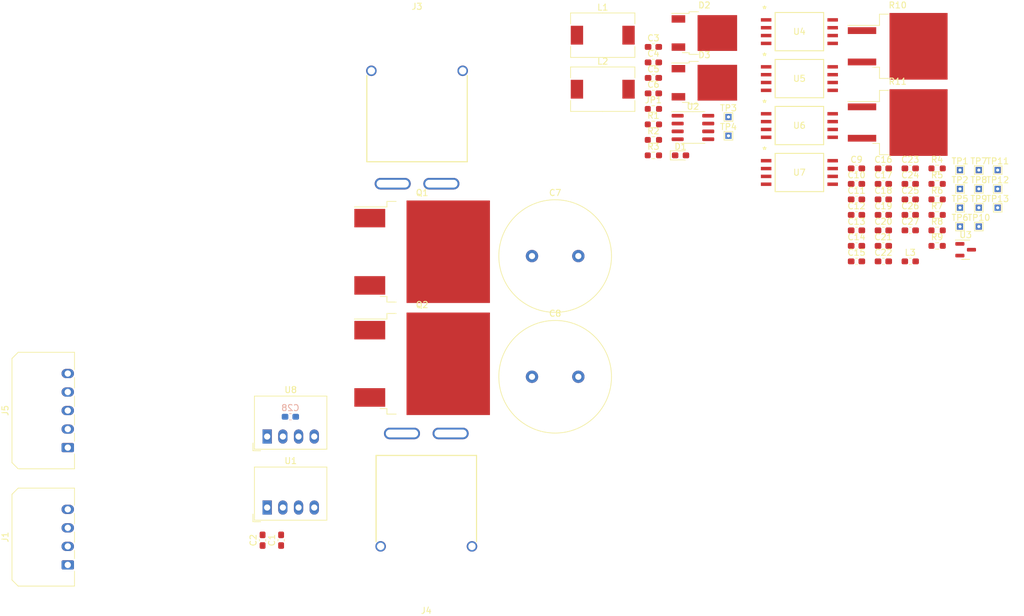
<source format=kicad_pcb>
(kicad_pcb (version 20240108) (generator "pcbnew") (generator_version "8.0")
  (title_block (title "Power Board v1") (date "2024-03-04") (rev "8.0") (company "Illini Solar Car") (comment 1 "Designed By: Alex Lymberopoulos & Alex Chmiel & Akhil Pothineni"))
  (layers (0 "F.Cu" signal) (1 "In1.Cu" signal) (2 "In2.Cu" signal) (31 "B.Cu" signal) (34 "B.Paste" user) (35 "F.Paste" user) (36 "B.SilkS" user "B.Silkscreen") (37 "F.SilkS" user "F.Silkscreen") (38 "B.Mask" user) (39 "F.Mask" user) (44 "Edge.Cuts" user))
  (net 0 "")
  (net 1 "+24V")
  (net 2 "GND")
  (net 3 "+3V3")
  (net 4 "Earth")
  (net 5 "Net-(U1-+VOUT)")
  (net 6 "/Batt In")
  (net 7 "+3.3VA")
  (net 8 "Net-(U8-+VIN)")
  (net 9 "Net-(D1-A)")
  (net 10 "/DNP Anode")
  (net 11 "/PWM")
  (net 12 "/Sol In")
  (net 13 "/Batt Out")
  (net 14 "/ADC I Batt")
  (net 15 "/ADC V Sol")
  (net 16 "/ADC I Sol")
  (net 17 "/ADC V Batt")
  (net 18 "/Board Temp")
  (net 19 "Net-(JP1-A)")
  (net 20 "/Sol Out")
  (net 21 "/Gate")
  (net 22 "/SW_G+")
  (net 23 "/SW_G-")
  (net 24 "Net-(R4-Pad2)")
  (net 25 "/Sensors/V Sense Sol")
  (net 26 "Net-(R7-Pad2)")
  (net 27 "/Sensors/V Sense Batt")
  (footprint "TestPoint:TestPoint_THTPad_1.0x1.0mm_Drill0.5mm" (layer "F.Cu") (at 263.625 52.095)
    (property "Reference" "TP8" (at 0 -1.448 0) (layer "F.SilkS"))
    (property "Value" "ADC I Sol")
    (pad "1" thru_hole rect (at 0 0) (size 1 1) (drill 0.5) (layers "*.Cu" "*.Mask") (net 16 "/ADC I Sol"))
  )
  (footprint "Capacitor_SMD:C_0603_1608Metric_Pad1.08x0.95mm_HandSolder" (layer "F.Cu") (at 147.7 109 -90)
    (property "Reference" "C2" (at 0 1.5 90) (layer "F.SilkS"))
    (property "Value" "1nF")
    (pad "1" smd roundrect (at -0.8625 0 270) (size 1.075 0.95) (layers "F.Cu" "F.Paste" "F.Mask") (net 1 "+24V"))
    (pad "2" smd roundrect (at 0.8625 0 270) (size 1.075 0.95) (layers "F.Cu" "F.Paste" "F.Mask") (net 2 "GND"))
  )
  (footprint "TestPoint:TestPoint_THTPad_1.0x1.0mm_Drill0.5mm" (layer "F.Cu") (at 266.675 49.045)
    (property "Reference" "TP11" (at 0 -1.448 0) (layer "F.SilkS"))
    (property "Value" "ADC V Batt")
    (pad "1" thru_hole rect (at 0 0) (size 1 1) (drill 0.5) (layers "*.Cu" "*.Mask") (net 13 "/Batt Out"))
  )
  (footprint "layout:U_PAMC1350DWVR_TEX" (layer "F.Cu") (at 234.5859 41.83)
    (property "Reference" "U6" (at 0 0 0) (layer "F.SilkS"))
    (property "Value" "PAMC1350DWVR")
    (fp_text user "*" (at -5.6388 -3.6068 0) (layer "F.SilkS"))
    (fp_text user "*" (at -5.6388 -3.6068 0) (layer "F.SilkS"))
    (pad "1" smd rect (at -5.3848 -1.905) (size 1.7018 0.5588) (layers "F.Cu" "F.Paste" "F.Mask") (net 7 "+3.3VA"))
    (pad "2" smd rect (at -5.3848 -0.635) (size 1.7018 0.5588) (layers "F.Cu" "F.Paste" "F.Mask") (net 12 "/Sol In"))
    (pad "3" smd rect (at -5.3848 0.635) (size 1.7018 0.5588) (layers "F.Cu" "F.Paste" "F.Mask") (net 20 "/Sol Out"))
    (pad "4" smd rect (at -5.3848 1.905) (size 1.7018 0.5588) (layers "F.Cu" "F.Paste" "F.Mask") (net 4 "Earth"))
    (pad "5" smd rect (at 5.3848 1.905) (size 1.7018 0.5588) (layers "F.Cu" "F.Paste" "F.Mask") (net 2 "GND"))
    (pad "6" smd rect (at 5.3848 0.635) (size 1.7018 0.5588) (layers "F.Cu" "F.Paste" "F.Mask") (net 2 "GND"))
    (pad "7" smd rect (at 5.3848 -0.635) (size 1.7018 0.5588) (layers "F.Cu" "F.Paste" "F.Mask") (net 16 "/ADC I Sol"))
    (pad "8" smd rect (at 5.3848 -1.905) (size 1.7018 0.5588) (layers "F.Cu" "F.Paste" "F.Mask") (net 3 "+3V3"))
  )
  (footprint "Resistor_SMD:R_0603_1608Metric_Pad0.98x0.95mm_HandSolder" (layer "F.Cu") (at 210.955 46.665)
    (property "Reference" "R3" (at 0 -1.43 0) (layer "F.SilkS"))
    (property "Value" "10k")
    (pad "1" smd roundrect (at -0.9125 0) (size 0.975 0.95) (layers "F.Cu" "F.Paste" "F.Mask") (net 21 "/Gate"))
    (pad "2" smd roundrect (at 0.9125 0) (size 0.975 0.95) (layers "F.Cu" "F.Paste" "F.Mask") (net 9 "Net-(D1-A)"))
  )
  (footprint "Capacitor_SMD:C_0603_1608Metric_Pad1.08x0.95mm_HandSolder" (layer "F.Cu") (at 150.7 109 -90)
    (property "Reference" "C1" (at 0 1.5 90) (layer "F.SilkS"))
    (property "Value" "10uF")
    (pad "1" smd roundrect (at -0.8625 0 270) (size 1.075 0.95) (layers "F.Cu" "F.Paste" "F.Mask") (net 1 "+24V"))
    (pad "2" smd roundrect (at 0.8625 0 270) (size 1.075 0.95) (layers "F.Cu" "F.Paste" "F.Mask") (net 2 "GND"))
  )
  (footprint "Connector_Molex:Molex_Micro-Fit_3.0_43650-0400_1x04_P3.00mm_Horizontal" (layer "F.Cu") (at 116.17 113 90)
    (property "Reference" "J1" (at 4.5 -10.12 270) (layer "F.SilkS"))
    (property "Value" "Inputs")
    (pad "" np_thru_hole circle (at 2.15 -4.32 90) (size 3 3) (drill 3) (layers "*.Cu" "*.Mask"))
    (pad "" np_thru_hole circle (at 6.85 -4.32 90) (size 3 3) (drill 3) (layers "*.Cu" "*.Mask"))
    (pad "1" thru_hole roundrect (at 0 0 90) (size 1.5 2.02) (drill 1.02) (layers "*.Cu" "*.Mask") (roundrect_rratio 0.166667) (net 2 "GND"))
    (pad "2" thru_hole oval (at 3 0 90) (size 1.5 2.02) (drill 1.02) (layers "*.Cu" "*.Mask") (net 11 "/PWM"))
    (pad "3" thru_hole oval (at 6 0 90) (size 1.5 2.02) (drill 1.02) (layers "*.Cu" "*.Mask") (net 1 "+24V"))
    (pad "4" thru_hole oval (at 9 0 90) (size 1.5 2.02) (drill 1.02) (layers "*.Cu" "*.Mask") (net 3 "+3V3"))
  )
  (footprint "Package_TO_SOT_SMD:TO-263-2_TabPin1" (layer "F.Cu") (at 250.495 41.345)
    (property "Reference" "R11" (at 0 -6.65 0) (layer "F.SilkS"))
    (property "Value" "0.75")
    (pad "1" smd rect (at -5.775 -2.54) (size 4.6 1.1) (layers "F.Cu" "F.Paste" "F.Mask") (net 13 "/Batt Out"))
    (pad "1" smd rect (at 3.375 0) (size 9.4 10.8) (layers "F.Cu" "F.Mask") (net 13 "/Batt Out"))
    (pad "2" smd rect (at -5.775 2.54) (size 4.6 1.1) (layers "F.Cu" "F.Paste" "F.Mask") (net 6 "/Batt In"))
  )
  (footprint "Package_TO_SOT_SMD:TO-252-2" (layer "F.Cu") (at 219.205 26.845)
    (property "Reference" "D2" (at 0 -4.5 0) (layer "F.SilkS"))
    (property "Value" "0.83V")
    (pad "1" smd rect (at -4.2 -2.28) (size 2.2 1.2) (layers "F.Cu" "F.Paste" "F.Mask") (net 10 "/DNP Anode"))
    (pad "2" smd rect (at 2.1 0) (size 6.4 5.8) (layers "F.Cu" "F.Mask") (net 6 "/Batt In"))
    (pad "3" smd rect (at -4.2 2.28) (size 2.2 1.2) (layers "F.Cu" "F.Paste" "F.Mask") (net 10 "/DNP Anode"))
  )
  (footprint "Capacitor_SMD:C_0603_1608Metric_Pad1.08x0.95mm_HandSolder" (layer "F.Cu") (at 248.175 51.285)
    (property "Reference" "C17" (at 0 -1.43 0) (layer "F.SilkS"))
    (property "Value" "1uF")
    (pad "1" smd roundrect (at -0.8625 0) (size 1.075 0.95) (layers "F.Cu" "F.Paste" "F.Mask") (net 3 "+3V3"))
    (pad "2" smd roundrect (at 0.8625 0) (size 1.075 0.95) (layers "F.Cu" "F.Paste" "F.Mask") (net 2 "GND"))
  )
  (footprint "Capacitor_SMD:C_0603_1608Metric_Pad1.08x0.95mm_HandSolder" (layer "F.Cu") (at 252.525 53.795)
    (property "Reference" "C25" (at 0 -1.43 0) (layer "F.SilkS"))
    (property "Value" "1uF")
    (pad "1" smd roundrect (at -0.8625 0) (size 1.075 0.95) (layers "F.Cu" "F.Paste" "F.Mask") (net 3 "+3V3"))
    (pad "2" smd roundrect (at 0.8625 0) (size 1.075 0.95) (layers "F.Cu" "F.Paste" "F.Mask") (net 2 "GND"))
  )
  (footprint "TestPoint:TestPoint_THTPad_1.0x1.0mm_Drill0.5mm" (layer "F.Cu") (at 266.675 55.145)
    (property "Reference" "TP13" (at 0 -1.448 0) (layer "F.SilkS"))
    (property "Value" "ADC I Batt")
    (pad "1" thru_hole rect (at 0 0) (size 1 1) (drill 0.5) (layers "*.Cu" "*.Mask") (net 12 "/Sol In"))
  )
  (footprint "Capacitor_SMD:C_0603_1608Metric_Pad1.08x0.95mm_HandSolder" (layer "F.Cu") (at 248.175 63.835)
    (property "Reference" "C22" (at 0 -1.43 0) (layer "F.SilkS"))
    (property "Value" "100nF")
    (pad "1" smd roundrect (at -0.8625 0) (size 1.075 0.95) (layers "F.Cu" "F.Paste" "F.Mask") (net 3 "+3V3"))
    (pad "2" smd roundrect (at 0.8625 0) (size 1.075 0.95) (layers "F.Cu" "F.Paste" "F.Mask") (net 2 "GND"))
  )
  (footprint "Resistor_SMD:R_0603_1608Metric_Pad0.98x0.95mm_HandSolder" (layer "F.Cu") (at 256.875 48.775)
    (property "Reference" "R4" (at 0 -1.43 0) (layer "F.SilkS"))
    (property "Value" "500k")
    (pad "1" smd roundrect (at -0.9125 0) (size 0.975 0.95) (layers "F.Cu" "F.Paste" "F.Mask") (net 12 "/Sol In"))
    (pad "2" smd roundrect (at 0.9125 0) (size 0.975 0.95) (layers "F.Cu" "F.Paste" "F.Mask") (net 24 "Net-(R4-Pad2)"))
  )
  (footprint "Package_TO_SOT_SMD:TO-268-2" (layer "F.Cu") (at 173.525 80.425)
    (property "Reference" "Q2" (at 0 -9.55 0) (layer "F.SilkS"))
    (property "Value" "IXTT220N20X4HV")
    (pad "1" smd rect (at -8.475 -5.45) (size 5 3) (layers "F.Cu" "F.Paste" "F.Mask") (net 21 "/Gate"))
    (pad "2" smd rect (at 4.225 0) (size 13.5 16.6) (layers "F.Cu" "F.Mask") (net 10 "/DNP Anode"))
    (pad "3" smd rect (at -8.475 5.45) (size 5 3) (layers "F.Cu" "F.Paste" "F.Mask") (net 4 "Earth"))
  )
  (footprint "TestPoint:TestPoint_THTPad_1.0x1.0mm_Drill0.5mm" (layer "F.Cu") (at 263.625 58.195)
    (property "Reference" "TP10" (at 0 -1.448 0) (layer "F.SilkS"))
    (property "Value" "ADC V Sol")
    (pad "1" thru_hole rect (at 0 0) (size 1 1) (drill 0.5) (layers "*.Cu" "*.Mask") (net 6 "/Batt In"))
  )
  (footprint "TestPoint:TestPoint_THTPad_1.0x1.0mm_Drill0.5mm" (layer "F.Cu") (at 266.675 52.095)
    (property "Reference" "TP12" (at 0 -1.448 0) (layer "F.SilkS"))
    (property "Value" "ADC I Sol")
    (pad "1" thru_hole rect (at 0 0) (size 1 1) (drill 0.5) (layers "*.Cu" "*.Mask") (net 20 "/Sol Out"))
  )
  (footprint "Capacitor_SMD:C_0603_1608Metric_Pad1.08x0.95mm_HandSolder" (layer "F.Cu") (at 248.175 61.325)
    (property "Reference" "C21" (at 0 -1.43 0) (layer "F.SilkS"))
    (property "Value" "100nF")
    (pad "1" smd roundrect (at -0.8625 0) (size 1.075 0.95) (layers "F.Cu" "F.Paste" "F.Mask") (net 7 "+3.3VA"))
    (pad "2" smd roundrect (at 0.8625 0) (size 1.075 0.95) (layers "F.Cu" "F.Paste" "F.Mask") (net 4 "Earth"))
  )
  (footprint "Capacitor_SMD:C_0603_1608Metric_Pad1.08x0.95mm_HandSolder" (layer "F.Cu") (at 243.825 48.775)
    (property "Reference" "C9" (at 0 -1.43 0) (layer "F.SilkS"))
    (property "Value" "0.1uF")
    (pad "1" smd roundrect (at -0.8625 0) (size 1.075 0.95) (layers "F.Cu" "F.Paste" "F.Mask") (net 3 "+3V3"))
    (pad "2" smd roundrect (at 0.8625 0) (size 1.075 0.95) (layers "F.Cu" "F.Paste" "F.Mask") (net 2 "GND"))
  )
  (footprint "Resistor_SMD:R_0603_1608Metric_Pad0.98x0.95mm_HandSolder" (layer "F.Cu") (at 256.875 58.815)
    (property "Reference" "R8" (at 0 -1.43 0) (layer "F.SilkS"))
    (property "Value" "500k")
    (pad "1" smd roundrect (at -0.9125 0) (size 0.975 0.95) (layers "F.Cu" "F.Paste" "F.Mask") (net 26 "Net-(R7-Pad2)"))
    (pad "2" smd roundrect (at 0.9125 0) (size 0.975 0.95) (layers "F.Cu" "F.Paste" "F.Mask") (net 27 "/Sensors/V Sense Batt"))
  )
  (footprint "Package_SO:SOIC-8_3.9x4.9mm_P1.27mm" (layer "F.Cu") (at 217.355 42.145)
    (property "Reference" "U2" (at 0 -3.4 0) (layer "F.SilkS"))
    (property "Value" "STGAP2SMTR")
    (pad "1" smd roundrect (at -2.475 -1.905) (size 1.95 0.6) (layers "F.Cu" "F.Paste" "F.Mask") (net 3 "+3V3"))
    (pad "2" smd roundrect (at -2.475 -0.635) (size 1.95 0.6) (layers "F.Cu" "F.Paste" "F.Mask") (net 11 "/PWM"))
    (pad "3" smd roundrect (at -2.475 0.635) (size 1.95 0.6) (layers "F.Cu" "F.Paste" "F.Mask") (net 2 "GND"))
    (pad "4" smd roundrect (at -2.475 1.905) (size 1.95 0.6) (layers "F.Cu" "F.Paste" "F.Mask") (net 2 "GND"))
    (pad "5" smd roundrect (at 2.475 1.905) (size 1.95 0.6) (layers "F.Cu" "F.Paste" "F.Mask") (net 5 "Net-(U1-+VOUT)"))
    (pad "6" smd roundrect (at 2.475 0.635) (size 1.95 0.6) (layers "F.Cu" "F.Paste" "F.Mask") (net 22 "/SW_G+"))
    (pad "7" smd roundrect (at 2.475 -0.635) (size 1.95 0.6) (layers "F.Cu" "F.Paste" "F.Mask") (net 23 "/SW_G-"))
    (pad "8" smd roundrect (at 2.475 -1.905) (size 1.95 0.6) (layers "F.Cu" "F.Paste" "F.Mask") (net 4 "Earth"))
  )
  (footprint "Converter_DCDC:Converter_DCDC_RECOM_R-78S-0.1_THT" (layer "F.Cu") (at 148.4425 92.2075)
    (property "Reference" "U8" (at 3.81 -7.56 0) (layer "F.SilkS"))
    (property "Value" "3v3 ISO DC/DC")
    (pad "1" thru_hole rect (at 0 0) (size 1.5 2.3) (drill 1) (layers "*.Cu" "*.Mask") (net 2 "GND"))
    (pad "2" thru_hole oval (at 2.54 0) (size 1.5 2.3) (drill 1) (layers "*.Cu" "*.Mask") (net 8 "Net-(U8-+VIN)"))
    (pad "3" thru_hole oval (at 5.08 0) (size 1.5 2.3) (drill 1) (layers "*.Cu" "*.Mask") (net 4 "Earth"))
    (pad "4" thru_hole oval (at 7.62 0) (size 1.5 2.3) (drill 1) (layers "*.Cu" "*.Mask") (net 7 "+3.3VA"))
  )
  (footprint "Capacitor_SMD:C_0603_1608Metric_Pad1.08x0.95mm_HandSolder" (layer "F.Cu") (at 210.955 31.605)
    (property "Reference" "C4" (at 0 -1.43 0) (layer "F.SilkS"))
    (property "Value" "1uF")
    (pad "1" smd roundrect (at -0.8625 0) (size 1.075 0.95) (layers "F.Cu" "F.Paste" "F.Mask") (net 3 "+3V3"))
    (pad "2" smd roundrect (at 0.8625 0) (size 1.075 0.95) (layers "F.Cu" "F.Paste" "F.Mask") (net 2 "GND"))
  )
  (footprint "Capacitor_SMD:C_0603_1608Metric_Pad1.08x0.95mm_HandSolder" (layer "F.Cu") (at 248.175 48.775)
    (property "Reference" "C16" (at 0 -1.43 0) (layer "F.SilkS"))
    (property "Value" "100nF")
    (pad "1" smd roundrect (at -0.8625 0) (size 1.075 0.95) (layers "F.Cu" "F.Paste" "F.Mask") (net 3 "+3V3"))
    (pad "2" smd roundrect (at 0.8625 0) (size 1.075 0.95) (layers "F.Cu" "F.Paste" "F.Mask") (net 2 "GND"))
  )
  (footprint "Inductor_SMD:L_0603_1608Metric_Pad1.05x0.95mm_HandSolder" (layer "F.Cu") (at 252.525 63.835)
    (property "Reference" "L3" (at 0 -1.43 0) (layer "F.SilkS"))
    (property "Value" "22uH")
    (pad "1" smd roundrect (at -0.875 0) (size 1.05 0.95) (layers "F.Cu" "F.Paste" "F.Mask") (net 3 "+3V3"))
    (pad "2" smd roundrect (at 0.875 0) (size 1.05 0.95) (layers "F.Cu" "F.Paste" "F.Mask") (net 8 "Net-(U8-+VIN)"))
  )
  (footprint "Resistor_SMD:R_0603_1608Metric_Pad0.98x0.95mm_HandSolder" (layer "F.Cu") (at 256.875 56.305)
    (property "Reference" "R7" (at 0 -1.43 0) (layer "F.SilkS"))
    (property "Value" "500k")
    (pad "1" smd roundrect (at -0.9125 0) (size 0.975 0.95) (layers "F.Cu" "F.Paste" "F.Mask") (net 13 "/Batt Out"))
    (pad "2" smd roundrect (at 0.9125 0) (size 0.975 0.95) (layers "F.Cu" "F.Paste" "F.Mask") (net 26 "Net-(R7-Pad2)"))
  )
  (footprint "Capacitor_SMD:C_0603_1608Metric_Pad1.08x0.95mm_HandSolder" (layer "F.Cu") (at 243.825 53.795)
    (property "Reference" "C11" (at 0 -1.43 0) (layer "F.SilkS"))
    (property "Value" "100nF")
    (pad "1" smd roundrect (at -0.8625 0) (size 1.075 0.95) (layers "F.Cu" "F.Paste" "F.Mask") (net 7 "+3.3VA"))
    (pad "2" smd roundrect (at 0.8625 0) (size 1.075 0.95) (layers "F.Cu" "F.Paste" "F.Mask") (net 4 "Earth"))
  )
  (footprint "Resistor_SMD:R_0603_1608Metric_Pad0.98x0.95mm_HandSolder" (layer "F.Cu") (at 256.875 51.285)
    (property "Reference" "R5" (at 0 -1.43 0) (layer "F.SilkS"))
    (property "Value" "500k")
    (pad "1" smd roundrect (at -0.9125 0) (size 0.975 0.95) (layers "F.Cu" "F.Paste" "F.Mask") (net 24 "Net-(R4-Pad2)"))
    (pad "2" smd roundrect (at 0.9125 0) (size 0.975 0.95) (layers "F.Cu" "F.Paste" "F.Mask") (net 25 "/Sensors/V Sense Sol"))
  )
  (footprint "Capacitor_SMD:C_0603_1608Metric_Pad1.08x0.95mm_HandSolder" (layer "F.Cu") (at 252.525 58.815)
    (property "Reference" "C27" (at 0 -1.43 0) (layer "F.SilkS"))
    (property "Value" "2.2nF")
    (pad "1" smd roundrect (at -0.8625 0) (size 1.075 0.95) (layers "F.Cu" "F.Paste" "F.Mask") (net 2 "GND"))
    (pad "2" smd roundrect (at 0.8625 0) (size 1.075 0.95) (layers "F.Cu" "F.Paste" "F.Mask") (net 4 "Earth"))
  )
  (footprint "TestPoint:TestPoint_THTPad_1.0x1.0mm_Drill0.5mm" (layer "F.Cu") (at 260.575 55.145)
    (property "Reference" "TP5" (at 0 -1.448 0) (layer "F.SilkS"))
    (property "Value" "3V3")
    (pad "1" thru_hole rect (at 0 0) (size 1 1) (drill 0.5) (layers "*.Cu" "*.Mask") (net 3 "+3V3"))
  )
  (footprint "Package_TO_SOT_SMD:TO-263-2_TabPin1" (layer "F.Cu") (at 250.495 28.995)
    (property "Reference" "R10" (at 0 -6.65 0) (layer "F.SilkS"))
    (property "Value" "0.75")
    (pad "1" smd rect (at -5.775 -2.54) (size 4.6 1.1) (layers "F.Cu" "F.Paste" "F.Mask") (net 12 "/Sol In"))
    (pad "1" smd rect (at 3.375 0) (size 9.4 10.8) (layers "F.Cu" "F.Mask") (net 12 "/Sol In"))
    (pad "2" smd rect (at -5.775 2.54) (size 4.6 1.1) (layers "F.Cu" "F.Paste" "F.Mask") (net 20 "/Sol Out"))
  )
  (footprint "Converter_DCDC:Converter_DCDC_RECOM_R-78S-0.1_THT" (layer "F.Cu") (at 148.4425 103.7075)
    (property "Reference" "U1" (at 3.81 -7.56 360) (layer "F.SilkS"))
    (property "Value" "RO-2412S")
    (pad "1" thru_hole rect (at 0 0) (size 1.5 2.3) (drill 1) (layers "*.Cu" "*.Mask") (net 2 "GND"))
    (pad "2" thru_hole oval (at 2.54 0) (size 1.5 2.3) (drill 1) (layers "*.Cu" "*.Mask") (net 1 "+24V"))
    (pad "3" thru_hole oval (at 5.08 0) (size 1.5 2.3) (drill 1) (layers "*.Cu" "*.Mask") (net 4 "Earth"))
    (pad "4" thru_hole oval (at 7.62 0) (size 1.5 2.3) (drill 1) (layers "*.Cu" "*.Mask") (net 5 "Net-(U1-+VOUT)"))
  )
  (footprint "LED_SMD:LED_0603_1608Metric_Pad1.05x0.95mm_HandSolder" (layer "F.Cu") (at 215.35 46.665)
    (property "Reference" "D1" (at 0 -1.43 0) (layer "F.SilkS"))
    (property "Value" "Blue")
    (pad "1" smd roundrect (at -0.875 0) (size 1.05 0.95) (layers "F.Cu" "F.Paste" "F.Mask") (net 4 "Earth"))
    (pad "2" smd roundrect (at 0.875 0) (size 1.05 0.95) (layers "F.Cu" "F.Paste" "F.Mask") (net 9 "Net-(D1-A)"))
  )
  (footprint "Capacitor_SMD:C_0603_1608Metric_Pad1.08x0.95mm_HandSolder" (layer "F.Cu") (at 252.525 51.285)
    (property "Reference" "C24" (at 0 -1.43 0) (layer "F.SilkS"))
    (property "Value" "1uF")
    (pad "1" smd roundrect (at -0.8625 0) (size 1.075 0.95) (layers "F.Cu" "F.Paste" "F.Mask") (net 3 "+3V3"))
    (pad "2" smd roundrect (at 0.8625 0) (size 1.075 0.95) (layers "F.Cu" "F.Paste" "F.Mask") (net 2 "GND"))
  )
  (footprint "TestPoint:TestPoint_THTPad_1.0x1.0mm_Drill0.5mm" (layer "F.Cu") (at 260.575 49.045)
    (property "Reference" "TP1" (at 0 -1.448 0) (layer "F.SilkS"))
    (property "Value" "+3V3A")
    (pad "1" thru_hole rect (at 0 0) (size 1 1) (drill 0.5) (layers "*.Cu" "*.Mask") (net 7 "+3.3VA"))
  )
  (footprint "layout:Anderson_Powerpole_45A_1x2_Horizontal_Bottom" (layer "F.Cu") (at 174.2 119.906)
    (property "Reference" "J4" (at 0 0.5 360) (layer "F.SilkS"))
    (property "Value" "Vout Battery")
    (pad "" thru_hole circle (at -7.3914 -9.906 180) (size 1.7018 1.7018) (drill 1.1938) (layers "*.Cu" "*.Mask"))
    (pad "" thru_hole circle (at 7.3914 -9.906 180) (size 1.7018 1.7018) (drill 1.1938) (layers "*.Cu" "*.Mask"))
    (pad "1" thru_hole oval (at -3.937 -28.194 180) (size 5.842 1.8796) (drill oval 5.2324 1.27) (layers "*.Cu" "*.Mask") (net 13 "/Batt Out"))
    (pad "2" thru_hole oval (at 3.937 -28.194 180) (size 5.842 1.8796) (drill oval 5.2324 1.27) (layers "*.Cu" "*.Mask") (net 4 "Earth"))
  )
  (footprint "Resistor_SMD:R_0603_1608Metric_Pad0.98x0.95mm_HandSolder" (layer "F.Cu") (at 210.955 41.645)
    (property "Reference" "R1" (at 0 -1.43 0) (layer "F.SilkS"))
    (property "Value" "10")
    (pad "1" smd roundrect (at -0.9125 0) (size 0.975 0.95) (layers "F.Cu" "F.Paste" "F.Mask") (net 21 "/Gate"))
    (pad "2" smd roundrect (at 0.9125 0) (size 0.975 0.95) (layers "F.Cu" "F.Paste" "F.Mask") (net 22 "/SW_G+"))
  )
  (footprint "layout:U_PAMC1350DWVR_TEX" (layer "F.Cu") (at 234.5859 34.226)
    (property "Reference" "U5" (at 0 0 0) (layer "F.SilkS"))
    (property "Value" "PAMC1350DWVR")
    (fp_text user "*" (at -5.6388 -3.6068 0) (layer "F.SilkS"))
    (fp_text user "*" (at -5.6388 -3.6068 0) (layer "F.SilkS"))
    (pad "1" smd rect (at -5.3848 -1.905) (size 1.7018 0.5588) (layers "F.Cu" "F.Paste" "F.Mask") (net 7 "+3.3VA"))
    (pad "2" smd rect (at -5.3848 -0.635) (size 1.7018 0.5588) (layers "F.Cu" "F.Paste" "F.Mask") (net 27 "/Sensors/V Sense Batt"))
    (pad "3" smd rect (at -5.3848 0.635) (size 1.7018 0.5588) (layers "F.Cu" "F.Paste" "F.Mask") (net 4 "Earth"))
    (pad "4" smd rect (at -5.3848 1.905) (size 1.7018 0.5588) (layers "F.Cu" "F.Paste" "F.Mask") (net 4 "Earth"))
    (pad "5" smd rect (at 5.3848 1.905) (size 1.7018 0.5588) (layers "F.Cu" "F.Paste" "F.Mask") (net 2 "GND"))
    (pad "6" smd rect (at 5.3848 0.635) (size 1.7018 0.5588) (layers "F.Cu" "F.Paste" "F.Mask") (net 2 "GND"))
    (pad "7" smd rect (at 5.3848 -0.635) (size 1.7018 0.5588) (layers "F.Cu" "F.Paste" "F.Mask") (net 17 "/ADC V Batt"))
    (pad "8" smd rect (at 5.3848 -1.905) (size 1.7018 0.5588) (layers "F.Cu" "F.Paste" "F.Mask") (net 3 "+3V3"))
  )
  (footprint "Capacitor_SMD:C_0603_1608Metric_Pad1.08x0.95mm_HandSolder" (layer "F.Cu") (at 210.955 36.625)
    (property "Reference" "C6" (at 0 -1.43 0) (layer "F.SilkS"))
    (property "Value" "1uF")
    (pad "1" smd roundrect (at -0.8625 0) (size 1.075 0.95) (layers "F.Cu" "F.Paste" "F.Mask") (net 5 "Net-(U1-+VOUT)"))
    (pad "2" smd roundrect (at 0.8625 0) (size 1.075 0.95) (layers "F.Cu" "F.Paste" "F.Mask") (net 4 "Earth"))
  )
  (footprint "TestPoint:TestPoint_THTPad_1.0x1.0mm_Drill0.5mm" (layer "F.Cu") (at 263.625 55.145)
    (property "Reference" "TP9" (at 0 -1.448 0) (layer "F.SilkS"))
    (property "Value" "ADC I Batt")
    (pad "1" thru_hole rect (at 0 0) (size 1 1) (drill 0.5) (layers "*.Cu" "*.Mask") (net 14 "/ADC I Batt"))
  )
  (footprint "Inductor_SMD:L_Wuerth_HCM-1050" (layer "F.Cu") (at 202.755 27.195)
    (property "Reference" "L1" (at 0 -4.5 0) (layer "F.SilkS"))
    (property "Value" "1.2 μH")
    (pad "1" smd rect (at -4.175 0) (size 2 3.05) (layers "F.Cu" "F.Paste" "F.Mask") (net 20 "/Sol Out"))
    (pad "2" smd rect (at 4.175 0) (size 2 3.05) (layers "F.Cu" "F.Paste" "F.Mask") (net 19 "Net-(JP1-A)"))
  )
  (footprint "Capacitor_SMD:C_0603_1608Metric_Pad1.08x0.95mm_HandSolder" (layer "F.Cu") (at 252.525 56.305)
    (property "Reference" "C26" (at 0 -1.43 0) (layer "F.SilkS"))
    (property "Value" "10uF")
    (pad "1" smd roundrect (at -0.8625 0) (size 1.075 0.95) (layers "F.Cu" "F.Paste" "F.Mask") (net 3 "+3V3"))
    (pad "2" smd roundrect (at 0.8625 0) (size 1.075 0.95) (layers "F.Cu" "F.Paste" "F.Mask") (net 2 "GND"))
  )
  (footprint "layout:U_PAMC1350DWVR_TEX" (layer "F.Cu") (at 234.5859 26.622)
    (property "Reference" "U4" (at 0 0 0) (layer "F.SilkS"))
    (property "Value" "PAMC1350DWVR")
    (fp_text user "*" (at -5.6388 -3.6068 0) (layer "F.SilkS"))
    (fp_text user "*" (at -5.6388 -3.6068 0) (layer "F.SilkS"))
    (pad "1" smd rect (at -5.3848 -1.905) (size 1.7018 0.5588) (layers "F.Cu" "F.Paste" "F.Mask") (net 7 "+3.3VA"))
    (pad "2" smd rect (at -5.3848 -0.635) (size 1.7018 0.5588) (layers "F.Cu" "F.Paste" "F.Mask") (net 25 "/Sensors/V Sense Sol"))
    (pad "3" smd rect (at -5.3848 0.635) (size 1.7018 0.5588) (layers "F.Cu" "F.Paste" "F.Mask") (net 4 "Earth"))
    (pad "4" smd rect (at -5.3848 1.905) (size 1.7018 0.5588) (layers "F.Cu" "F.Paste" "F.Mask") (net 4 "Earth"))
    (pad "5" smd rect (at 5.3848 1.905) (size 1.7018 0.5588) (layers "F.Cu" "F.Paste" "F.Mask") (net 2 "GND"))
    (pad "6" smd rect (at 5.3848 0.635) (size 1.7018 0.5588) (layers "F.Cu" "F.Paste" "F.Mask") (net 2 "GND"))
    (pad "7" smd rect (at 5.3848 -0.635) (size 1.7018 0.5588) (layers "F.Cu" "F.Paste" "F.Mask") (net 15 "/ADC V Sol"))
    (pad "8" smd rect (at 5.3848 -1.905) (size 1.7018 0.5588) (layers "F.Cu" "F.Paste" "F.Mask") (net 3 "+3V3"))
  )
  (footprint "Capacitor_THT:C_Radial_D18.0mm_H35.5mm_P7.50mm" (layer "F.Cu") (at 191.305 62.975)
    (property "Reference" "C7" (at 3.75 -10.25 0) (layer "F.SilkS"))
    (property "Value" "470uF")
    (pad "1" thru_hole circle (at 0 0) (size 2 2) (drill 1) (layers "*.Cu" "*.Mask") (net 6 "/Batt In"))
    (pad "2" thru_hole circle (at 7.5 0) (size 2 2) (drill 1) (layers "*.Cu" "*.Mask") (net 4 "Earth"))
  )
  (footprint "TestPoint:TestPoint_THTPad_1.0x1.0mm_Drill0.5mm" (layer "F.Cu") (at 260.575 52.095)
    (property "Reference" "TP2" (at 0 -1.448 0) (layer "F.SilkS"))
    (property "Value" "GNDA")
    (pad "1" thru_hole rect (at 0 0) (size 1 1) (drill 0.5) (layers "*.Cu" "*.Mask") (net 4 "Earth"))
  )
  (footprint "TestPoint:TestPoint_THTPad_1.0x1.0mm_Drill0.5mm" (layer "F.Cu") (at 223.105 40.445)
    (property "Reference" "TP3" (at 0 -1.448 0) (layer "F.SilkS"))
    (property "Value" "24V")
    (pad "1" thru_hole rect (at 0 0) (size 1 1) (drill 0.5) (layers "*.Cu" "*.Mask") (net 1 "+24V"))
  )
  (footprint "Package_TO_SOT_SMD:TO-252-2" (layer "F.Cu") (at 219.205 34.895)
    (property "Reference" "D3" (at 0 -4.5 0) (layer "F.SilkS"))
    (property "Value" "0.83V")
    (pad "1" smd rect (at -4.2 -2.28) (size 2.2 1.2) (layers "F.Cu" "F.Paste" "F.Mask") (net 10 "/DNP Anode"))
    (pad "2" smd rect (at 2.1 0) (size 6.4 5.8) (layers "F.Cu" "F.Mask") (net 6 "/Batt In"))
    (pad "3" smd rect (at -4.2 2.28) (size 2.2 1.2) (layers "F.Cu" "F.Paste" "F.Mask") (net 10 "/DNP Anode"))
  )
  (footprint "Capacitor_THT:C_Radial_D18.0mm_H35.5mm_P7.50mm" (layer "F.Cu") (at 191.305 82.525)
    (property "Reference" "C8" (at 3.75 -10.25 0) (layer "F.SilkS"))
    (property "Value" "470uF")
    (pad "1" thru_hole circle (at 0 0) (size 2 2) (drill 1) (layers "*.Cu" "*.Mask") (net 6 "/Batt In"))
    (pad "2" thru_hole circle (at 7.5 0) (size 2 2) (drill 1) (layers "*.Cu" "*.Mask") (net 4 "Earth"))
  )
  (footprint "Connector_Molex:Molex_Micro-Fit_3.0_43650-0500_1x05_P3.00mm_Horizontal" (layer "F.Cu") (at 116.17 94 90)
    (property "Reference" "J5" (at 6 -10.12 270) (layer "F.SilkS"))
    (property "Value" "Sensors")
    (pad "" np_thru_hole circle (at 2.15 -4.32 90) (size 3 3) (drill 3) (layers "*.Cu" "*.Mask"))
    (pad "" np_thru_hole circle (at 9.85 -4.32 90) (size 3 3) (drill 3) (layers "*.Cu" "*.Mask"))
    (pad "1" thru_hole roundrect (at 0 0 90) (size 1.5 2.02) (drill 1.02) (layers "*.Cu" "*.Mask") (roundrect_rratio 0.166667) (net 15 "/ADC V Sol"))
    (pad "2" thru_hole oval (at 3 0 90) (size 1.5 2.02) (drill 1.02) (layers "*.Cu" "*.Mask") (net 17 "/ADC V Batt"))
    (pad "3" thru_hole oval (at 6 0 90) (size 1.5 2.02) (drill 1.02) (layers "*.Cu" "*.Mask") (net 16 "/ADC I Sol"))
    (pad "4" thru_hole oval (at 9 0 90) (size 1.5 2.02) (drill 1.02) (layers "*.Cu" "*.Mask") (net 14 "/ADC I Batt"))
    (pad "5" thru_hole oval (at 12 0 90) (size 1.5 2.02) (drill 1.02) (layers "*.Cu" "*.Mask") (net 18 "/Board Temp"))
  )
  (footprint "Resistor_SMD:R_0603_1608Metric_Pad0.98x0.95mm_HandSolder" (layer "F.Cu") (at 210.955 39.135)
    (property "Reference" "JP1" (at 0 -1.43 0) (layer "F.SilkS"))
    (property "Value" "SolderJumper_2_Open")
    (pad "1" smd roundrect (at -0.9125 0) (size 0.975 0.95) (layers "F.Cu" "F.Paste" "F.Mask") (net 19 "Net-(JP1-A)"))
    (pad "2" smd roundrect (at 0.9125 0) (size 0.975 0.95) (layers "F.Cu" "F.Paste" "F.Mask") (net 10 "/DNP Anode"))
  )
  (footprint "Resistor_SMD:R_0603_1608Metric_Pad0.98x0.95mm_HandSolder" (layer "F.Cu") (at 210.955 44.155)
    (property "Reference" "R2" (at 0 -1.43 0) (layer "F.SilkS"))
    (property "Value" "0")
    (pad "1" smd roundrect (at -0.9125 0) (size 0.975 0.95) (layers "F.Cu" "F.Paste" "F.Mask") (net 21 "/Gate"))
    (pad "2" smd roundrect (at 0.9125 0) (size 0.975 0.95) (layers "F.Cu" "F.Paste" "F.Mask") (net 23 "/SW_G-"))
  )
  (footprint "Capacitor_SMD:C_0603_1608Metric_Pad1.08x0.95mm_HandSolder" (layer "F.Cu") (at 248.175 56.305)
    (property "Reference" "C19" (at 0 -1.43 0) (layer "F.SilkS"))
    (property "Value" "1uF")
    (pad "1" smd roundrect (at -0.8625 0) (size 1.075 0.95) (layers "F.Cu" "F.Paste" "F.Mask") (net 7 "+3.3VA"))
    (pad "2" smd roundrect (at 0.8625 0) (size 1.075 0.95) (layers "F.Cu" "F.Paste" "F.Mask") (net 4 "Earth"))
  )
  (footprint "Capacitor_SMD:C_0603_1608Metric_Pad1.08x0.95mm_HandSolder" (layer "F.Cu") (at 248.175 58.815)
    (property "Reference" "C20" (at 0 -1.43 0) (layer "F.SilkS"))
    (property "Value" "100nF")
    (pad "1" smd roundrect (at -0.8625 0) (size 1.075 0.95) (layers "F.Cu" "F.Paste" "F.Mask") (net 7 "+3.3VA"))
    (pad "2" smd roundrect (at 0.8625 0) (size 1.075 0.95) (layers "F.Cu" "F.Paste" "F.Mask") (net 4 "Earth"))
  )
  (footprint "Capacitor_SMD:C_0603_1608Metric_Pad1.08x0.95mm_HandSolder" (layer "F.Cu") (at 252.525 48.775)
    (property "Reference" "C23" (at 0 -1.43 0) (layer "F.SilkS"))
    (property "Value" "100nF")
    (pad "1" smd roundrect (at -0.8625 0) (size 1.075 0.95) (layers "F.Cu" "F.Paste" "F.Mask") (net 3 "+3V3"))
    (pad "2" smd roundrect (at 0.8625 0) (size 1.075 0.95) (layers "F.Cu" "F.Paste" "F.Mask") (net 2 "GND"))
  )
  (footprint "TestPoint:TestPoint_THTPad_1.0x1.0mm_Drill0.5mm" (layer "F.Cu") (at 223.105 43.495)
    (property "Reference" "TP4" (at 0 -1.448 0) (layer "F.SilkS"))
    (property "Value" "GND")
    (pad "1" thru_hole rect (at 0 0) (size 1 1) (drill 0.5) (layers "*.Cu" "*.Mask") (net 2 "GND"))
  )
  (footprint "Capacitor_SMD:C_0603_1608Metric_Pad1.08x0.95mm_HandSolder" (layer "F.Cu") (at 243.825 56.305)
    (property "Reference" "C12" (at 0 -1.43 0) (layer "F.SilkS"))
    (property "Value" "1uF")
    (pad "1" smd roundrect (at -0.8625 0) (size 1.075 0.95) (layers "F.Cu" "F.Paste" "F.Mask") (net 3 "+3V3"))
    (pad "2" smd roundrect (at 0.8625 0) (size 1.075 0.95) (layers "F.Cu" "F.Paste" "F.Mask") (net 2 "GND"))
  )
  (footprint "Package_TO_SOT_SMD:SOT-23" (layer "F.Cu") (at 261.495 61.945)
    (property "Reference" "U3" (at 0 -2.4 0) (layer "F.SilkS"))
    (property "Value" "MCP9700AT-ETT")
    (pad "1" smd roundrect (at -0.9375 -0.95) (size 1.475 0.6) (layers "F.Cu" "F.Paste" "F.Mask") (net 3 "+3V3"))
    (pad "2" smd roundrect (at -0.9375 0.95) (size 1.475 0.6) (layers "F.Cu" "F.Paste" "F.Mask") (net 18 "/Board Temp"))
    (pad "3" smd roundrect (at 0.9375 0) (size 1.475 0.6) (layers "F.Cu" "F.Paste" "F.Mask") (net 2 "GND"))
  )
  (footprint "layout:U_PAMC1350DWVR_TEX" (layer "F.Cu") (at 234.5859 49.434)
    (property "Reference" "U7" (at 0 0 0) (layer "F.SilkS"))
    (property "Value" "PAMC1350DWVR")
    (fp_text user "*" (at -5.6388 -3.6068 0) (layer "F.SilkS"))
    (fp_text user "*" (at -5.6388 -3.6068 0) (layer "F.SilkS"))
    (pad "1" smd rect (at -5.3848 -1.905) (size 1.7018 0.5588) (layers "F.Cu" "F.Paste" "F.Mask") (net 7 "+3.3VA"))
    (pad "2" smd rect (at -5.3848 -0.635) (size 1.7018 0.5588) (layers "F.Cu" "F.Paste" "F.Mask") (net 13 "/Batt Out"))
    (pad "3" smd rect (at -5.3848 0.635) (size 1.7018 0.5588) (layers "F.Cu" "F.Paste" "F.Mask") (net 6 "/Batt In"))
    (pad "4" smd rect (at -5.3848 1.905) (size 1.7018 0.5588) (layers "F.Cu" "F.Paste" "F.Mask") (net 4 "Earth"))
    (pad "5" smd rect (at 5.3848 1.905) (size 1.7018 0.5588) (layers "F.Cu" "F.Paste" "F.Mask") (net 2 "GND"))
    (pad "6" smd rect (at 5.3848 0.635) (size 1.7018 0.5588) (layers "F.Cu" "F.Paste" "F.Mask") (net 2 "GND"))
    (pad "7" smd rect (at 5.3848 -0.635) (size 1.7018 0.5588) (layers "F.Cu" "F.Paste" "F.Mask") (net 14 "/ADC I Batt"))
    (pad "8" smd rect (at 5.3848 -1.905) (size 1.7018 0.5588) (layers "F.Cu" "F.Paste" "F.Mask") (net 3 "+3V3"))
  )
  (footprint "Package_TO_SOT_SMD:TO-268-2" (layer "F.Cu") (at 173.525 62.275)
    (property "Reference" "Q1" (at 0 -9.55 0) (layer "F.SilkS"))
    (property "Value" "IXTT220N20X4HV")
    (pad "1" smd rect (at -8.475 -5.45) (size 5 3) (layers "F.Cu" "F.Paste" "F.Mask") (net 21 "/Gate"))
    (pad "2" smd rect (at 4.225 0) (size 13.5 16.6) (layers "F.Cu" "F.Mask") (net 10 "/DNP Anode"))
    (pad "3" smd rect (at -8.475 5.45) (size 5 3) (layers "F.Cu" "F.Paste" "F.Mask") (net 4 "Earth"))
  )
  (footprint "Resistor_SMD:R_0603_1608Metric_Pad0.98x0.95mm_HandSolder" (layer "F.Cu") (at 256.875 61.325)
    (property "Reference" "R9" (at 0 -1.43 0) (layer "F.SilkS"))
    (property "Value" "41.7k")
    (pad "1" smd roundrect (at -0.9125 0) (size 0.975 0.95) (layers "F.Cu" "F.Paste" "F.Mask") (net 27 "/Sensors/V Sense Batt"))
    (pad "2" smd roundrect (at 0.9125 0) (size 0.975 0.95) (layers "F.Cu" "F.Paste" "F.Mask") (net 4 "Earth"))
  )
  (footprint "TestPoint:TestPoint_THTPad_1.0x1.0mm_Drill0.5mm" (layer "F.Cu") (at 263.625 49.045)
    (property "Reference" "TP7" (at 0 -1.448 0) (layer "F.SilkS"))
    (property "Value" "ADC V Batt")
    (pad "1" thru_hole rect (at 0 0) (size 1 1) (drill 0.5) (layers "*.Cu" "*.Mask") (net 17 "/ADC V Batt"))
  )
  (footprint "Capacitor_SMD:C_0603_1608Metric_Pad1.08x0.95mm_HandSolder" (layer "F.Cu") (at 243.825 51.285)
    (property "Reference" "C10" (at 0 -1.43 0) (layer "F.SilkS"))
    (property "Value" "100nF")
    (pad "1" smd roundrect (at -0.8625 0) (size 1.075 0.95) (layers "F.Cu" "F.Paste" "F.Mask") (net 3 "+3V3"))
    (pad "2" smd roundrect (at 0.8625 0) (size 1.075 0.95) (layers "F.Cu" "F.Paste" "F.Mask") (net 2 "GND"))
  )
  (footprint "Capacitor_SMD:C_0603_1608Metric_Pad1.08x0.95mm_HandSolder" (layer "F.Cu") (at 243.825 58.815)
    (property "Reference" "C13" (at 0 -1.43 0) (layer "F.SilkS"))
    (property "Value" "1uF")
    (pad "1" smd roundrect (at -0.8625 0) (size 1.075 0.95) (layers "F.Cu" "F.Paste" "F.Mask") (net 7 "+3.3VA"))
    (pad "2" smd roundrect (at 0.8625 0) (size 1.075 0.95) (layers "F.Cu" "F.Paste" "F.Mask") (net 4 "Earth"))
  )
  (footprint "TestPoint:TestPoint_THTPad_1.0x1.0mm_Drill0.5mm" (layer "F.Cu") (at 260.575 58.195)
    (property "Reference" "TP6" (at 0 -1.448 0) (layer "F.SilkS"))
    (property "Value" "ADC V Sol")
    (pad "1" thru_hole rect (at 0 0) (size 1 1) (drill 0.5) (layers "*.Cu" "*.Mask") (net 15 "/ADC V Sol"))
  )
  (footprint "layout:Anderson_Powerpole_45A_1x2_Horizontal_Bottom" (layer "F.Cu") (at 172.7 23.0581 180)
    (property "Reference" "J3" (at 0 0.5 180) (layer "F.SilkS"))
    (property "Value" "Vin Solar")
    (pad "" thru_hole circle (at -7.3914 -9.906) (size 1.7018 1.7018) (drill 1.1938) (layers "*.Cu" "*.Mask"))
    (pad "" thru_hole circle (at 7.3914 -9.906) (size 1.7018 1.7018) (drill 1.1938) (layers "*.Cu" "*.Mask"))
    (pad "1" thru_hole oval (at -3.937 -28.194) (size 5.842 1.8796) (drill oval 5.2324 1.27) (layers "*.Cu" "*.Mask") (net 4 "Earth"))
    (pad "2" thru_hole oval (at 3.937 -28.194) (size 5.842 1.8796) (drill oval 5.2324 1.27) (layers "*.Cu" "*.Mask") (net 12 "/Sol In"))
  )
  (footprint "Capacitor_SMD:C_0603_1608Metric_Pad1.08x0.95mm_HandSolder" (layer "F.Cu") (at 243.825 61.325)
    (property "Reference" "C14" (at 0 -1.43 0) (layer "F.SilkS"))
    (property "Value" "1uF")
    (pad "1" smd roundrect (at -0.8625 0) (size 1.075 0.95) (layers "F.Cu" "F.Paste" "F.Mask") (net 7 "+3.3VA"))
    (pad "2" smd roundrect (at 0.8625 0) (size 1.075 0.95) (layers "F.Cu" "F.Paste" "F.Mask") (net 4 "Earth"))
  )
  (footprint "Capacitor_SMD:C_0603_1608Metric_Pad1.08x0.95mm_HandSolder" (layer "F.Cu") (at 210.955 29.095)
    (property "Reference" "C3" (at 0 -1.43 0) (layer "F.SilkS"))
    (property "Value" "1uF")
    (pad "1" smd roundrect (at -0.8625 0) (size 1.075 0.95) (layers "F.Cu" "F.Paste" "F.Mask") (net 3 "+3V3"))
    (pad "2" smd roundrect (at 0.8625 0) (size 1.075 0.95) (layers "F.Cu" "F.Paste" "F.Mask") (net 2 "GND"))
  )
  (footprint "Capacitor_SMD:C_0603_1608Metric_Pad1.08x0.95mm_HandSolder" (layer "F.Cu") (at 243.825 63.835)
    (property "Reference" "C15" (at 0 -1.43 0) (layer "F.SilkS"))
    (property "Value" "100nF")
    (pad "1" smd roundrect (at -0.8625 0) (size 1.075 0.95) (layers "F.Cu" "F.Paste" "F.Mask") (net 7 "+3.3VA"))
    (pad "2" smd roundrect (at 0.8625 0) (size 1.075 0.95) (layers "F.Cu" "F.Paste" "F.Mask") (net 4 "Earth"))
  )
  (footprint "Capacitor_SMD:C_0603_1608Metric_Pad1.08x0.95mm_HandSolder" (layer "F.Cu") (at 248.175 53.795)
    (property "Reference" "C18" (at 0 -1.43 0) (layer "F.SilkS"))
    (property "Value" "1uF")
    (pad "1" smd roundrect (at -0.8625 0) (size 1.075 0.95) (layers "F.Cu" "F.Paste" "F.Mask") (net 7 "+3.3VA"))
    (pad "2" smd roundrect (at 0.8625 0) (size 1.075 0.95) (layers "F.Cu" "F.Paste" "F.Mask") (net 4 "Earth"))
  )
  (footprint "Capacitor_SMD:C_0603_1608Metric_Pad1.08x0.95mm_HandSolder" (layer "F.Cu") (at 210.955 34.115)
    (property "Reference" "C5" (at 0 -1.43 0) (layer "F.SilkS"))
    (property "Value" "1uF")
    (pad "1" smd roundrect (at -0.8625 0) (size 1.075 0.95) (layers "F.Cu" "F.Paste" "F.Mask") (net 5 "Net-(U1-+VOUT)"))
    (pad "2" smd roundrect (at 0.8625 0) (size 1.075 0.95) (layers "F.Cu" "F.Paste" "F.Mask") (net 4 "Earth"))
  )
  (footprint "Inductor_SMD:L_Wuerth_HCM-1050" (layer "F.Cu") (at 202.755 35.945)
    (property "Reference" "L2" (at 0 -4.5 0) (layer "F.SilkS"))
    (property "Value" "1.2 μH")
    (pad "1" smd rect (at -4.175 0) (size 2 3.05) (layers "F.Cu" "F.Paste" "F.Mask") (net 19 "Net-(JP1-A)"))
    (pad "2" smd rect (at 4.175 0) (size 2 3.05) (layers "F.Cu" "F.Paste" "F.Mask") (net 10 "/DNP Anode"))
  )
  (footprint "Resistor_SMD:R_0603_1608Metric_Pad0.98x0.95mm_HandSolder" (layer "F.Cu") (at 256.875 53.795)
    (property "Reference" "R6" (at 0 -1.43 0) (layer "F.SilkS"))
    (property "Value" "53k")
    (pad "1" smd roundrect (at -0.9125 0) (size 0.975 0.95) (layers "F.Cu" "F.Paste" "F.Mask") (net 25 "/Sensors/V Sense Sol"))
    (pad "2" smd roundrect (at 0.9125 0) (size 0.975 0.95) (layers "F.Cu" "F.Paste" "F.Mask") (net 4 "Earth"))
  )
  (footprint "Capacitor_SMD:C_0603_1608Metric_Pad1.08x0.95mm_HandSolder" (layer "B.Cu") (at 152.2 89 180)
    (property "Reference" "C28" (at 0 1.43 180) (layer "B.SilkS") (effects (justify mirror)))
    (property "Value" "1nF")
    (pad "1" smd roundrect (at -0.8625 0 180) (size 1.075 0.95) (layers "B.Cu" "B.Paste" "B.Mask") (net 7 "+3.3VA"))
    (pad "2" smd roundrect (at 0.8625 0 180) (size 1.075 0.95) (layers "B.Cu" "B.Paste" "B.Mask") (net 8 "Net-(U8-+VIN)"))
  )
)
</source>
